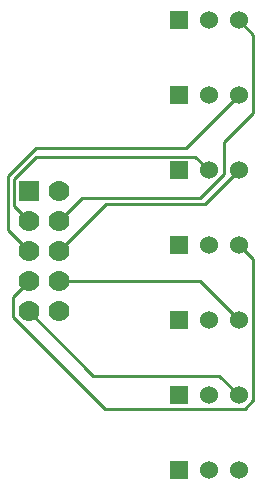
<source format=gbl>
G04 (created by PCBNEW (2013-jul-07)-stable) date Thu 17 Jan 2019 05:41:25 PM PST*
%MOIN*%
G04 Gerber Fmt 3.4, Leading zero omitted, Abs format*
%FSLAX34Y34*%
G01*
G70*
G90*
G04 APERTURE LIST*
%ADD10C,0.00590551*%
%ADD11R,0.07X0.07*%
%ADD12C,0.07*%
%ADD13R,0.06X0.06*%
%ADD14C,0.06*%
%ADD15C,0.01*%
G04 APERTURE END LIST*
G54D10*
G54D11*
X22500Y-28200D03*
G54D12*
X23500Y-28200D03*
X22500Y-29200D03*
X23500Y-29200D03*
X22500Y-30200D03*
X23500Y-30200D03*
X22500Y-31200D03*
X23500Y-31200D03*
X22500Y-32200D03*
X23500Y-32200D03*
G54D13*
X27500Y-22500D03*
G54D14*
X28500Y-22500D03*
X29500Y-22500D03*
G54D13*
X27500Y-25000D03*
G54D14*
X28500Y-25000D03*
X29500Y-25000D03*
G54D13*
X27500Y-27500D03*
G54D14*
X28500Y-27500D03*
X29500Y-27500D03*
G54D13*
X27500Y-30000D03*
G54D14*
X28500Y-30000D03*
X29500Y-30000D03*
G54D13*
X27500Y-32500D03*
G54D14*
X28500Y-32500D03*
X29500Y-32500D03*
G54D13*
X27500Y-35000D03*
G54D14*
X28500Y-35000D03*
X29500Y-35000D03*
G54D13*
X27500Y-37500D03*
G54D14*
X28500Y-37500D03*
X29500Y-37500D03*
G54D15*
X21999Y-28699D02*
X22500Y-29200D01*
X21999Y-27782D02*
X21999Y-28699D01*
X22732Y-27049D02*
X21999Y-27782D01*
X28049Y-27049D02*
X22732Y-27049D01*
X28500Y-27500D02*
X28049Y-27049D01*
X24279Y-28420D02*
X23500Y-29200D01*
X28220Y-28420D02*
X24279Y-28420D01*
X29000Y-27640D02*
X28220Y-28420D01*
X29000Y-26549D02*
X29000Y-27640D01*
X29974Y-25575D02*
X29000Y-26549D01*
X29974Y-22974D02*
X29974Y-25575D01*
X29500Y-22500D02*
X29974Y-22974D01*
X21799Y-29499D02*
X22500Y-30200D01*
X21799Y-27698D02*
X21799Y-29499D01*
X22728Y-26769D02*
X21799Y-27698D01*
X27730Y-26769D02*
X22728Y-26769D01*
X29500Y-25000D02*
X27730Y-26769D01*
X25078Y-28621D02*
X23500Y-30200D01*
X28378Y-28621D02*
X25078Y-28621D01*
X29500Y-27500D02*
X28378Y-28621D01*
X21975Y-31724D02*
X22500Y-31200D01*
X21975Y-32397D02*
X21975Y-31724D01*
X25028Y-35450D02*
X21975Y-32397D01*
X29692Y-35450D02*
X25028Y-35450D01*
X29971Y-35171D02*
X29692Y-35450D01*
X29971Y-30471D02*
X29971Y-35171D01*
X29500Y-30000D02*
X29971Y-30471D01*
X28200Y-31200D02*
X23500Y-31200D01*
X29500Y-32500D02*
X28200Y-31200D01*
X24649Y-34349D02*
X22500Y-32200D01*
X28849Y-34349D02*
X24649Y-34349D01*
X29500Y-35000D02*
X28849Y-34349D01*
M02*

</source>
